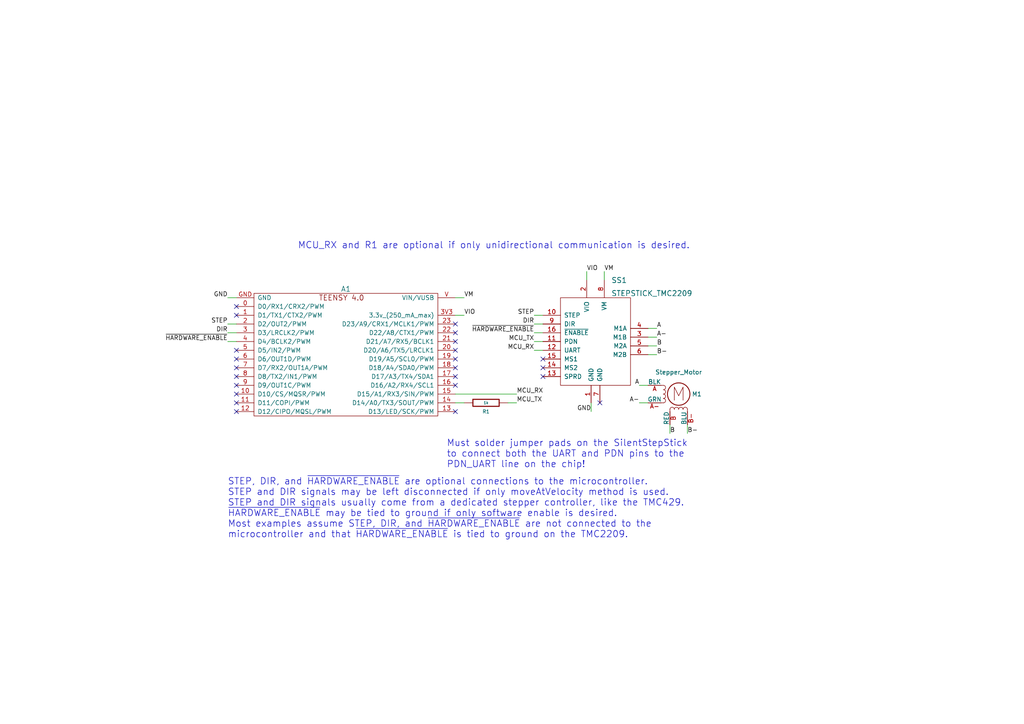
<source format=kicad_sch>
(kicad_sch (version 20230121) (generator eeschema)
  (paper "A4")
  (title_block (title "Trinamic Wiring") (date "2024-08-01") (rev "0.5") (company "Janelia Research Campus"))
  (lib_symbols
    (symbol "Janelia:1k_0805" (pin_numbers hide) (pin_names (offset 0))
      (property "Reference" "R" (at 2.032 0 90))
      (property "Value" "1k_0805" (at 0 0 90))
      (symbol "1k_0805_0_1"
        (rectangle (start -1.016 3.81) (end 1.016 -3.81) (stroke (width 0.3048)))
      )
      (symbol "1k_0805_1_1"
        (pin passive line (at 0 6.35 270) (length 2.54) (name "~") (number "1"))
        (pin passive line (at 0 -6.35 90) (length 2.54) (name "~") (number "2"))
      )
    )
    (symbol "Janelia:STEPSTICK_TMC2209" (pin_names (offset 1.016))
      (property "Reference" "SS" (at 0 -24.13 0))
      (property "Value" "STEPSTICK_TMC2209" (at 0 24.13 0))
      (symbol "STEPSTICK_TMC2209_0_1"
        (rectangle (start -10.16 12.7) (end 10.16 -12.7))
      )
      (symbol "STEPSTICK_TMC2209_1_1"
        (pin power_in line (at -1.27 -17.78 90) (length 5.08) (name "GND") (number "1"))
        (pin input line (at -15.24 7.62 0) (length 5.08) (name "STEP") (number "10"))
        (pin bidirectional line (at -15.24 0 0) (length 5.08) (name "PDN") (number "11"))
        (pin bidirectional line (at -15.24 -2.54 0) (length 5.08) (name "UART") (number "12"))
        (pin input line (at -15.24 -10.16 0) (length 5.08) (name "SPRD") (number "13"))
        (pin input line (at -15.24 -7.62 0) (length 5.08) (name "MS2") (number "14"))
        (pin input line (at -15.24 -5.08 0) (length 5.08) (name "MS1") (number "15"))
        (pin input line (at -15.24 2.54 0) (length 5.08) (name "~{ENABLE}") (number "16"))
        (pin power_in line (at -2.54 17.78 270) (length 5.08) (name "VIO") (number "2"))
        (pin power_out line (at 15.24 1.27 180) (length 5.08) (name "M1B") (number "3"))
        (pin power_out line (at 15.24 3.81 180) (length 5.08) (name "M1A") (number "4"))
        (pin power_out line (at 15.24 -1.27 180) (length 5.08) (name "M2A") (number "5"))
        (pin power_out line (at 15.24 -3.81 180) (length 5.08) (name "M2B") (number "6"))
        (pin power_in line (at 1.27 -17.78 90) (length 5.08) (name "GND") (number "7"))
        (pin power_in line (at 2.54 17.78 270) (length 5.08) (name "VM") (number "8"))
        (pin input line (at -15.24 5.08 0) (length 5.08) (name "DIR") (number "9"))
      )
    )
    (symbol "Janelia:Stepper_Motor_QSH2818-32-07-006" (pin_names (offset 0))
      (property "Reference" "M" (at 3.81 0 0))
      (property "Value" "Stepper_Motor_QSH2818-32-07-006" (at 0 6.35 0))
      (symbol "Stepper_Motor_QSH2818-32-07-006_0_0"
        (polyline (pts (xy -1.27 -1.778) (xy -1.27 2.032) (xy 0 -0.508) (xy 1.27 2.032) (xy 1.27 -1.778)))
      )
      (symbol "Stepper_Motor_QSH2818-32-07-006_0_1"
        (arc (start -4.445 -2.54) (mid -3.8127 -1.905) (end -4.445 -1.27))
        (arc (start -4.445 -1.27) (mid -3.8127 -0.635) (end -4.445 0))
        (arc (start -4.445 0) (mid -3.8127 0.635) (end -4.445 1.27))
        (arc (start -4.445 1.27) (mid -3.8127 1.905) (end -4.445 2.54))
        (arc (start -1.27 -4.445) (mid -1.905 -3.8127) (end -2.54 -4.445))
        (arc (start 0 -4.445) (mid -0.635 -3.8127) (end -1.27 -4.445))
        (polyline (pts (xy -5.08 -2.54) (xy -4.445 -2.54)))
        (polyline (pts (xy -5.08 2.54) (xy -4.445 2.54)))
        (polyline (pts (xy -2.54 -5.08) (xy -2.54 -4.445)))
        (polyline (pts (xy 2.54 -5.08) (xy 2.54 -4.445)))
        (circle (center 0 0) (radius 3.2512) (stroke (width 0.254)))
        (arc (start 1.27 -4.445) (mid 0.635 -3.8127) (end 0 -4.445))
        (arc (start 2.54 -4.445) (mid 1.905 -3.8127) (end 1.27 -4.445))
      )
      (symbol "Stepper_Motor_QSH2818-32-07-006_1_1"
        (pin passive line (at -8.89 2.54 0) (length 3.81) (name "BLK") (number "A"))
        (pin passive line (at -8.89 -2.54 0) (length 3.81) (name "GRN") (number "A-"))
        (pin passive line (at -2.54 -8.89 90) (length 3.81) (name "RED") (number "B"))
        (pin passive line (at 2.54 -8.89 90) (length 3.81) (name "BLU") (number "B-"))
      )
    )
    (symbol "Janelia:TEENSY_4.0_HEADERS" (pin_names (offset 1.016))
      (property "Reference" "A" (at 0 19.05 0))
      (symbol "TEENSY_4.0_HEADERS_0_1"
        (rectangle (start -26.67 17.78) (end 26.67 -17.78))
      )
      (symbol "TEENSY_4.0_HEADERS_1_1"
        (text "TEENSY 4.0" (at -1.27 16.51 0) (effects (font (size 1.524 1.524))))
        (pin bidirectional line (at -31.75 13.97 0) (length 5.08) (name "D0/RX1/CRX2/PWM") (number "0"))
        (pin bidirectional line (at -31.75 11.43 0) (length 5.08) (name "D1/TX1/CTX2/PWM") (number "1"))
        (pin bidirectional line (at -31.75 -11.43 0) (length 5.08) (name "D10/CS/MQSR/PWM") (number "10"))
        (pin bidirectional line (at -31.75 -13.97 0) (length 5.08) (name "D11/COPI/PWM") (number "11"))
        (pin bidirectional line (at -31.75 -16.51 0) (length 5.08) (name "D12/CIPO/MQSL/PWM") (number "12"))
        (pin bidirectional line (at 31.75 -16.51 180) (length 5.08) (name "D13/LED/SCK/PWM") (number "13"))
        (pin passive line (at 31.75 -13.97 180) (length 5.08) (name "D14/A0/TX3/SOUT/PWM") (number "14"))
        (pin passive line (at 31.75 -11.43 180) (length 5.08) (name "D15/A1/RX3/SIN/PWM") (number "15"))
        (pin passive line (at 31.75 -8.89 180) (length 5.08) (name "D16/A2/RX4/SCL1") (number "16"))
        (pin passive line (at 31.75 -6.35 180) (length 5.08) (name "D17/A3/TX4/SDA1") (number "17"))
        (pin passive line (at 31.75 -3.81 180) (length 5.08) (name "D18/A4/SDA0/PWM") (number "18"))
        (pin passive line (at 31.75 -1.27 180) (length 5.08) (name "D19/A5/SCL0/PWM") (number "19"))
        (pin bidirectional line (at -31.75 8.89 0) (length 5.08) (name "D2/OUT2/PWM") (number "2"))
        (pin passive line (at 31.75 1.27 180) (length 5.08) (name "D20/A6/TX5/LRCLK1") (number "20"))
        (pin passive line (at 31.75 3.81 180) (length 5.08) (name "D21/A7/RX5/BCLK1") (number "21"))
        (pin passive line (at 31.75 6.35 180) (length 5.08) (name "D22/A8/CTX1/PWM") (number "22"))
        (pin passive line (at 31.75 8.89 180) (length 5.08) (name "D23/A9/CRX1/MCLK1/PWM") (number "23"))
        (pin bidirectional line (at -31.75 6.35 0) (length 5.08) (name "D3/LRCLK2/PWM") (number "3"))
        (pin power_out line (at 31.75 11.43 180) (length 5.08) (name "3.3v_(250_mA_max)") (number "3V3"))
        (pin bidirectional line (at -31.75 3.81 0) (length 5.08) (name "D4/BCLK2/PWM") (number "4"))
        (pin bidirectional line (at -31.75 1.27 0) (length 5.08) (name "D5/IN2/PWM") (number "5"))
        (pin bidirectional line (at -31.75 -1.27 0) (length 5.08) (name "D6/OUT1D/PWM") (number "6"))
        (pin bidirectional line (at -31.75 -3.81 0) (length 5.08) (name "D7/RX2/OUT1A/PWM") (number "7"))
        (pin bidirectional line (at -31.75 -6.35 0) (length 5.08) (name "D8/TX2/IN1/PWM") (number "8"))
        (pin bidirectional line (at -31.75 -8.89 0) (length 5.08) (name "D9/OUT1C/PWM") (number "9"))
        (pin passive line (at -31.75 16.51 0) (length 5.08) (name "GND") (number "GND"))
        (pin passive line (at 31.75 16.51 180) (length 5.08) (name "VIN/VUSB") (number "V"))
      )
    )
  )
  (no_connect (at 173.99 116.84))
  (no_connect (at 157.48 106.68))
  (no_connect (at 68.58 88.9))
  (no_connect (at 68.58 104.14))
  (no_connect (at 68.58 101.6))
  (no_connect (at 68.58 106.68))
  (no_connect (at 68.58 109.22))
  (no_connect (at 68.58 111.76))
  (no_connect (at 68.58 114.3))
  (no_connect (at 68.58 116.84))
  (no_connect (at 68.58 119.38))
  (no_connect (at 132.08 96.52))
  (no_connect (at 132.08 93.98))
  (no_connect (at 132.08 119.38))
  (no_connect (at 132.08 111.76))
  (no_connect (at 132.08 109.22))
  (no_connect (at 132.08 106.68))
  (no_connect (at 132.08 104.14))
  (no_connect (at 132.08 101.6))
  (no_connect (at 132.08 99.06))
  (no_connect (at 157.48 109.22))
  (no_connect (at 157.48 104.14))
  (no_connect (at 68.58 91.44))
  (wire (pts (xy 132.08 86.36) (xy 134.62 86.36)))
  (wire (pts (xy 154.94 101.6) (xy 157.48 101.6)))
  (wire (pts (xy 185.42 111.76) (xy 187.96 111.76)))
  (wire (pts (xy 66.04 93.98) (xy 68.58 93.98)))
  (wire (pts (xy 66.04 96.52) (xy 68.58 96.52)))
  (wire (pts (xy 154.94 91.44) (xy 157.48 91.44)))
  (wire (pts (xy 170.18 78.74) (xy 170.18 81.28)))
  (wire (pts (xy 194.31 123.19) (xy 194.31 125.73)))
  (wire (pts (xy 68.58 86.36) (xy 66.04 86.36)))
  (wire (pts (xy 187.96 95.25) (xy 190.5 95.25)))
  (wire (pts (xy 187.96 102.87) (xy 190.5 102.87)))
  (wire (pts (xy 154.94 93.98) (xy 157.48 93.98)))
  (wire (pts (xy 185.42 116.84) (xy 187.96 116.84)))
  (wire (pts (xy 132.08 116.84) (xy 134.62 116.84)))
  (wire (pts (xy 171.45 116.84) (xy 171.45 119.38)))
  (wire (pts (xy 187.96 97.79) (xy 190.5 97.79)))
  (wire (pts (xy 154.94 99.06) (xy 157.48 99.06)))
  (wire (pts (xy 199.39 123.19) (xy 199.39 125.73)))
  (wire (pts (xy 132.08 91.44) (xy 134.62 91.44)))
  (wire (pts (xy 149.86 116.84) (xy 147.32 116.84)))
  (wire (pts (xy 187.96 100.33) (xy 190.5 100.33)))
  (wire (pts (xy 132.08 114.3) (xy 149.86 114.3)))
  (wire (pts (xy 154.94 96.52) (xy 157.48 96.52)))
  (wire (pts (xy 175.26 78.74) (xy 175.26 81.28)))
  (wire (pts (xy 66.04 99.06) (xy 68.58 99.06)))
  (text "MCU_RX and R1 are optional if only unidirectional communication is desired." (at 86.36 72.39 0) (effects (font (size 1.905 1.905)) (justify left bottom)))
  (text "STEP, DIR, and ~{HARDWARE_ENABLE} are optional connections to the microcontroller.\nSTEP and DIR signals may be left disconnected if only moveAtVelocity method is used.\nSTEP and DIR signals usually come from a dedicated stepper controller, like the TMC429.\n~{HARDWARE_ENABLE} may be tied to ground if only software enable is desired.\nMost examples assume STEP, DIR, and ~{HARDWARE_ENABLE} are not connected to the\nmicrocontroller and that ~{HARDWARE_ENABLE} is tied to ground on the TMC2209." (at 66.04 156.21 0) (effects (font (size 1.905 1.905)) (justify left bottom)))
  (text "Must solder jumper pads on the SilentStepStick\nto connect both the UART and PDN pins to the\nPDN_UART line on the chip!" (at 129.54 135.89 0) (effects (font (size 1.905 1.905)) (justify left bottom)))
  (label "A-" (at 190.5 97.79 0))
  (label "DIR" (at 154.94 93.98 180))
  (label "~{HARDWARE_ENABLE}" (at 66.04 99.06 180))
  (label "MCU_RX" (at 154.94 101.6 180))
  (label "VM" (at 134.62 86.36 0))
  (label "VIO" (at 134.62 91.44 0))
  (label "B-" (at 199.39 125.73 0))
  (label "VM" (at 175.26 78.74 0))
  (label "B" (at 194.31 125.73 0))
  (label "GND" (at 171.45 119.38 180))
  (label "B-" (at 190.5 102.87 0))
  (label "A" (at 185.42 111.76 180))
  (label "DIR" (at 66.04 96.52 180))
  (label "VIO" (at 170.18 78.74 0))
  (label "MCU_TX" (at 154.94 99.06 180))
  (label "A-" (at 185.42 116.84 180))
  (label "~{HARDWARE_ENABLE}" (at 154.94 96.52 180))
  (label "B" (at 190.5 100.33 0))
  (label "STEP" (at 66.04 93.98 180))
  (label "MCU_TX" (at 149.86 116.84 0))
  (label "STEP" (at 154.94 91.44 180))
  (label "A" (at 190.5 95.25 0))
  (label "GND" (at 66.04 86.36 180))
  (label "MCU_RX" (at 149.86 114.3 0))
  (symbol (lib_id "Janelia:STEPSTICK_TMC2209") (at 172.72 99.06 0) (unit 1)
    (property "Reference" "SS1" (at 177.2794 81.28 0) (effects (font (size 1.524 1.524)) (justify left)))
    (property "Value" "STEPSTICK_TMC2209" (at 177.2794 85.09 0) (effects (font (size 1.524 1.524)) (justify left)))
    (property "Footprint" "footprints:STEPSTICK_TMC2209" (effects hide))
    (property "Vendor" "Digi-Key" (effects hide))
    (property "Vendor Part Number" "ED90331-ND" (effects hide))
    (property "Description" "CONN PIN RCPT .025-.037 SOLDER" (effects hide))
    (property "Quantity" "16" (effects hide))
    (property "Manufacturer" "Mill-Max Manufacturing Corp." (effects hide))
    (property "Manufacturer Part Number" "0305-0-15-15-47-27-10-0" (effects hide))
  )
  (symbol (lib_id "Janelia:TEENSY_4.0_HEADERS") (at 100.33 102.87 0) (unit 1)
    (property "Reference" "A1" (at 100.33 83.82 0) (effects (font (size 1.524 1.524))))
    (property "Value" "TEENSY_4.0_HEADERS" (effects hide))
    (property "Footprint" "Janelia:TEENSY_4.0_HEADERS" (effects hide))
    (property "Vendor" "Digi-Key" (effects hide))
    (property "Vendor Part Number" "S7047-ND" (effects hide))
    (property "Description" "CONN HDR 14POS 0.1 GOLD PCB" (effects hide))
    (property "Manufacturer" "Sullins Connector Solutions" (effects hide))
    (property "Manufacturer Part Number" "PPPC141LFBN-RC" (effects hide))
    (property "Sim.Enable" "0" (effects hide))
  )
  (symbol (lib_id "Janelia:1k_0805") (at 140.97 116.84 270) (unit 1)
    (property "Reference" "R1" (at 140.97 119.38 90) (effects (font (size 1.016 1.016))))
    (property "Value" "1k" (at 140.97 116.84 90) (effects (font (size 0.762 0.762))))
    (property "Footprint" "footprints:SM0805" (effects hide))
    (property "Vendor" "Digi-Key" (effects hide))
    (property "Vendor Part Number" "P1.00KCCT-ND" (effects hide))
    (property "Description" "RES SMD 1K OHM 1% 1/8W" (effects hide))
    (property "Package" "0805" (effects hide))
  )
  (symbol (lib_id "Janelia:Stepper_Motor_QSH2818-32-07-006") (at 196.85 114.3 0) (unit 1)
    (property "Reference" "M1" (at 200.66 114.3 0) (effects (justify left)))
    (property "Value" "Stepper_Motor" (at 196.85 107.95 0))
    (property "Manufacturer" "Trinamic Motion Control" (effects hide))
    (property "Manufacturer Part Number" "QSH2818-32-07-006" (effects hide))
    (property "Vendor" "Digi-Key" (effects hide))
    (property "Vendor Part Number" "1460-1072-ND" (effects hide))
  )
)
</source>
